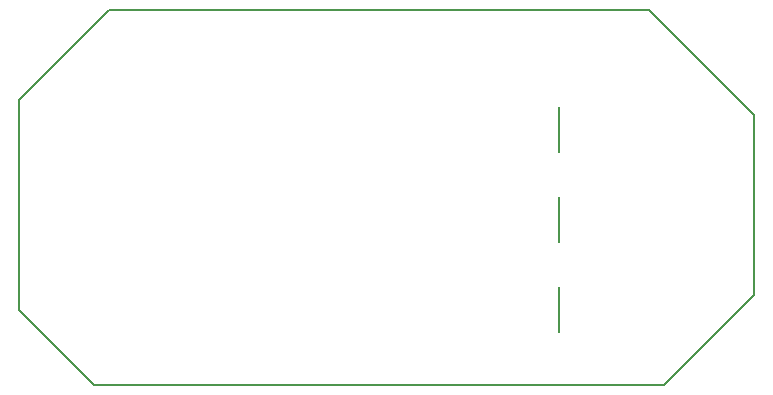
<source format=gbo>
G75*
%MOIN*%
%OFA0B0*%
%FSLAX25Y25*%
%IPPOS*%
%LPD*%
%AMOC8*
5,1,8,0,0,1.08239X$1,22.5*
%
%ADD10C,0.00600*%
%ADD11C,0.00800*%
D10*
X0026300Y0001300D02*
X0001300Y0026300D01*
X0001300Y0096300D01*
X0031300Y0126300D01*
X0211300Y0126300D01*
X0246300Y0091300D01*
X0246300Y0031300D01*
X0216300Y0001300D01*
X0026300Y0001300D01*
D11*
X0181300Y0018800D02*
X0181300Y0033800D01*
X0181300Y0048800D02*
X0181300Y0063800D01*
X0181300Y0078800D02*
X0181300Y0093800D01*
M02*

</source>
